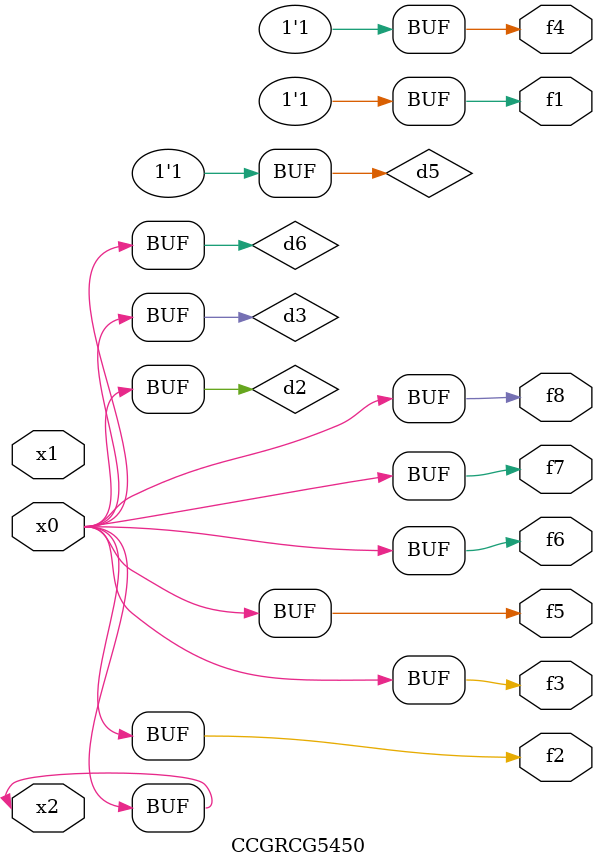
<source format=v>
module CCGRCG5450(
	input x0, x1, x2,
	output f1, f2, f3, f4, f5, f6, f7, f8
);

	wire d1, d2, d3, d4, d5, d6;

	xnor (d1, x2);
	buf (d2, x0, x2);
	and (d3, x0);
	xnor (d4, x1, x2);
	nand (d5, d1, d3);
	buf (d6, d2, d3);
	assign f1 = d5;
	assign f2 = d6;
	assign f3 = d6;
	assign f4 = d5;
	assign f5 = d6;
	assign f6 = d6;
	assign f7 = d6;
	assign f8 = d6;
endmodule

</source>
